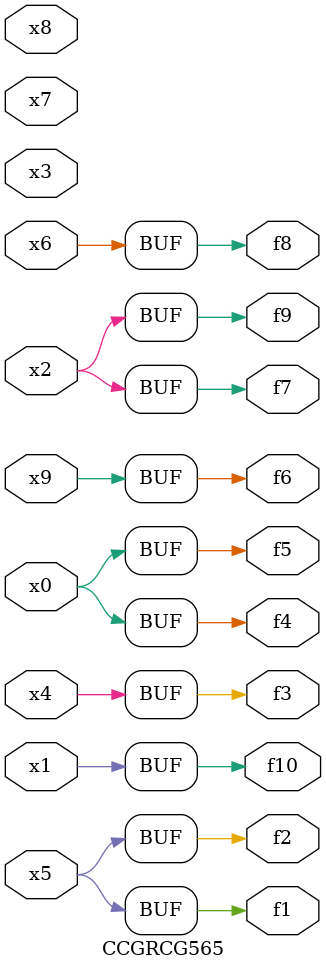
<source format=v>
module CCGRCG565(
	input x0, x1, x2, x3, x4, x5, x6, x7, x8, x9,
	output f1, f2, f3, f4, f5, f6, f7, f8, f9, f10
);
	assign f1 = x5;
	assign f2 = x5;
	assign f3 = x4;
	assign f4 = x0;
	assign f5 = x0;
	assign f6 = x9;
	assign f7 = x2;
	assign f8 = x6;
	assign f9 = x2;
	assign f10 = x1;
endmodule

</source>
